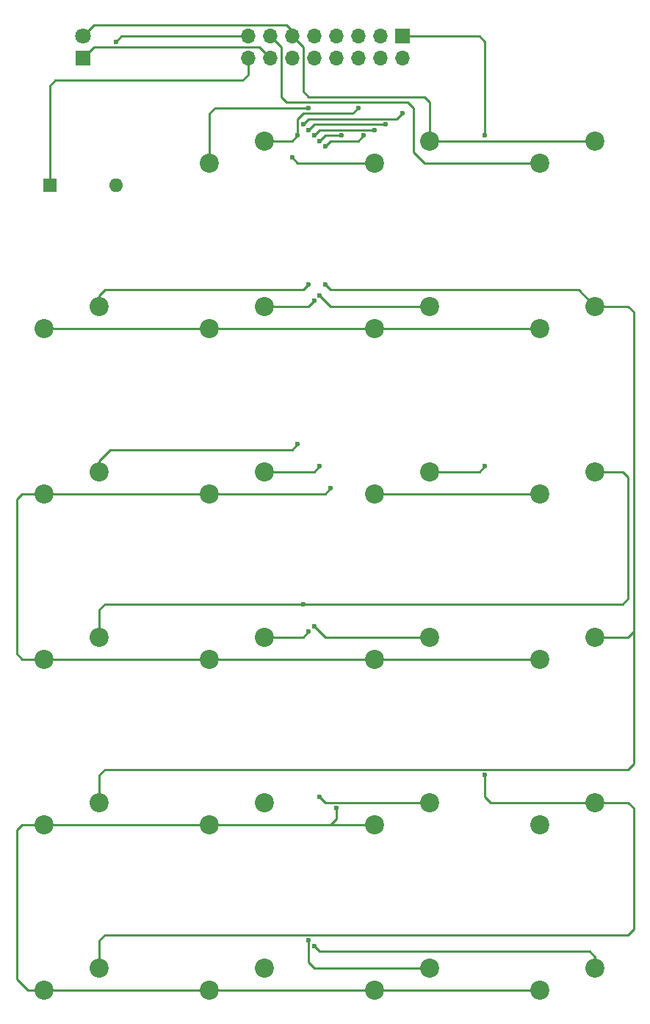
<source format=gtl>
G04 #@! TF.FileFunction,Copper,L1,Top,Signal*
%FSLAX46Y46*%
G04 Gerber Fmt 4.6, Leading zero omitted, Abs format (unit mm)*
G04 Created by KiCad (PCBNEW 4.0.7) date 10/14/19 15:01:09*
%MOMM*%
%LPD*%
G01*
G04 APERTURE LIST*
%ADD10C,0.100000*%
%ADD11C,2.200000*%
%ADD12R,1.800000X1.800000*%
%ADD13C,1.800000*%
%ADD14R,1.700000X1.700000*%
%ADD15O,1.700000X1.700000*%
%ADD16R,1.600000X1.600000*%
%ADD17O,1.600000X1.600000*%
%ADD18C,0.600000*%
%ADD19C,0.250000*%
G04 APERTURE END LIST*
D10*
D11*
X113665000Y-67310000D03*
X107315000Y-69850000D03*
D12*
X92710000Y-57785000D03*
D13*
X92710000Y-55245000D03*
D14*
X129540000Y-55245000D03*
D15*
X129540000Y-57785000D03*
X127000000Y-55245000D03*
X127000000Y-57785000D03*
X124460000Y-55245000D03*
X124460000Y-57785000D03*
X121920000Y-55245000D03*
X121920000Y-57785000D03*
X119380000Y-55245000D03*
X119380000Y-57785000D03*
X116840000Y-55245000D03*
X116840000Y-57785000D03*
X114300000Y-55245000D03*
X114300000Y-57785000D03*
X111760000Y-55245000D03*
X111760000Y-57785000D03*
D11*
X94615000Y-162560000D03*
X88265000Y-165100000D03*
X151765000Y-143510000D03*
X145415000Y-146050000D03*
X132715000Y-105410000D03*
X126365000Y-107950000D03*
X113665000Y-162560000D03*
X107315000Y-165100000D03*
X94615000Y-124460000D03*
X88265000Y-127000000D03*
X151765000Y-105410000D03*
X145415000Y-107950000D03*
X132715000Y-162560000D03*
X126365000Y-165100000D03*
X113665000Y-124460000D03*
X107315000Y-127000000D03*
X94615000Y-86360000D03*
X88265000Y-88900000D03*
X151765000Y-162560000D03*
X145415000Y-165100000D03*
X132715000Y-124460000D03*
X126365000Y-127000000D03*
X113665000Y-86360000D03*
X107315000Y-88900000D03*
X94615000Y-143510000D03*
X88265000Y-146050000D03*
X151765000Y-124460000D03*
X145415000Y-127000000D03*
X151765000Y-86360000D03*
X145415000Y-88900000D03*
X113665000Y-143510000D03*
X107315000Y-146050000D03*
X94615000Y-105410000D03*
X88265000Y-107950000D03*
X132715000Y-143510000D03*
X126365000Y-146050000D03*
X113665000Y-105410000D03*
X107315000Y-107950000D03*
X132715000Y-86360000D03*
X126365000Y-88900000D03*
X151765000Y-67310000D03*
X145415000Y-69850000D03*
X132715000Y-67310000D03*
X126365000Y-69850000D03*
D16*
X88900000Y-72390000D03*
D17*
X96520000Y-72390000D03*
D18*
X139065000Y-66675000D03*
X139065000Y-104775000D03*
X139065000Y-140335000D03*
X118110000Y-65405000D03*
X118110000Y-120650000D03*
X129540000Y-64135000D03*
X127635000Y-65405000D03*
X118745000Y-66040000D03*
X118745000Y-83820000D03*
X118745000Y-123825000D03*
X118745000Y-159385000D03*
X126365000Y-66040000D03*
X119380000Y-66675000D03*
X119380000Y-85725000D03*
X119380000Y-123190000D03*
X119380000Y-160020000D03*
X120650000Y-67945000D03*
X125095000Y-66675000D03*
X120650000Y-83820000D03*
X124460000Y-63500000D03*
X117475000Y-66675000D03*
X117475000Y-102235000D03*
X122555000Y-66675000D03*
X120015000Y-67310000D03*
X120015000Y-85090000D03*
X120015000Y-104775000D03*
X120015000Y-142875000D03*
X121920000Y-144145000D03*
X121285000Y-107315000D03*
X118745000Y-63500000D03*
X116840000Y-69215000D03*
X96520000Y-55880000D03*
D19*
X114300000Y-57785000D02*
X113030000Y-56515000D01*
X93980000Y-56515000D02*
X92710000Y-57785000D01*
X113030000Y-56515000D02*
X93980000Y-56515000D01*
X116840000Y-55245000D02*
X118110000Y-56515000D01*
X132715000Y-62865000D02*
X132715000Y-67310000D01*
X132080000Y-62230000D02*
X132715000Y-62865000D01*
X118745000Y-62230000D02*
X132080000Y-62230000D01*
X118110000Y-61595000D02*
X118745000Y-62230000D01*
X118110000Y-56515000D02*
X118110000Y-61595000D01*
X116840000Y-55245000D02*
X116840000Y-54610000D01*
X116840000Y-54610000D02*
X116205000Y-53975000D01*
X116205000Y-53975000D02*
X93980000Y-53975000D01*
X93980000Y-53975000D02*
X92710000Y-55245000D01*
X132715000Y-67310000D02*
X151765000Y-67310000D01*
X129540000Y-55245000D02*
X138430000Y-55245000D01*
X139065000Y-55880000D02*
X138430000Y-55245000D01*
X139065000Y-55880000D02*
X139065000Y-66675000D01*
X132715000Y-105410000D02*
X138430000Y-105410000D01*
X138430000Y-105410000D02*
X139065000Y-104775000D01*
X151765000Y-143510000D02*
X139700000Y-143510000D01*
X139065000Y-142875000D02*
X139065000Y-140335000D01*
X139700000Y-143510000D02*
X139065000Y-142875000D01*
X155575000Y-143510000D02*
X156210000Y-144145000D01*
X156210000Y-158115000D02*
X155575000Y-158750000D01*
X156210000Y-144145000D02*
X156210000Y-158115000D01*
X94615000Y-162560000D02*
X94615000Y-159385000D01*
X95250000Y-158750000D02*
X155575000Y-158750000D01*
X94615000Y-159385000D02*
X95250000Y-158750000D01*
X155575000Y-143510000D02*
X151765000Y-143510000D01*
X154940000Y-120650000D02*
X155575000Y-120015000D01*
X155575000Y-106045000D02*
X154940000Y-105410000D01*
X155575000Y-120015000D02*
X155575000Y-106045000D01*
X118110000Y-65405000D02*
X118745000Y-64770000D01*
X118745000Y-64770000D02*
X128905000Y-64770000D01*
X128905000Y-64770000D02*
X129540000Y-64135000D01*
X94615000Y-124460000D02*
X94615000Y-121285000D01*
X154940000Y-105410000D02*
X151765000Y-105410000D01*
X118110000Y-120650000D02*
X154940000Y-120650000D01*
X95250000Y-120650000D02*
X117475000Y-120650000D01*
X117475000Y-120650000D02*
X118110000Y-120650000D01*
X94615000Y-121285000D02*
X95250000Y-120650000D01*
X119380000Y-65405000D02*
X127635000Y-65405000D01*
X118745000Y-66040000D02*
X119380000Y-65405000D01*
X94615000Y-86360000D02*
X94615000Y-85090000D01*
X95250000Y-84455000D02*
X94615000Y-85090000D01*
X118110000Y-84455000D02*
X95250000Y-84455000D01*
X118110000Y-84455000D02*
X118745000Y-83820000D01*
X113665000Y-124460000D02*
X118110000Y-124460000D01*
X118110000Y-124460000D02*
X118745000Y-123825000D01*
X132715000Y-162560000D02*
X119380000Y-162560000D01*
X118745000Y-161925000D02*
X118745000Y-159385000D01*
X119380000Y-162560000D02*
X118745000Y-161925000D01*
X120015000Y-66040000D02*
X126365000Y-66040000D01*
X119380000Y-66675000D02*
X120015000Y-66040000D01*
X118745000Y-86360000D02*
X113665000Y-86360000D01*
X119380000Y-85725000D02*
X118745000Y-86360000D01*
X132715000Y-124460000D02*
X120650000Y-124460000D01*
X120650000Y-124460000D02*
X119380000Y-123190000D01*
X151765000Y-162560000D02*
X151765000Y-161290000D01*
X120015000Y-160655000D02*
X119380000Y-160020000D01*
X151130000Y-160655000D02*
X120015000Y-160655000D01*
X151765000Y-161290000D02*
X151130000Y-160655000D01*
X156210000Y-123825000D02*
X156210000Y-139065000D01*
X156210000Y-139065000D02*
X155575000Y-139700000D01*
X155575000Y-86360000D02*
X156210000Y-86995000D01*
X156210000Y-123825000D02*
X155575000Y-124460000D01*
X156210000Y-86995000D02*
X156210000Y-123825000D01*
X124460000Y-67310000D02*
X125095000Y-66675000D01*
X121285000Y-67310000D02*
X124460000Y-67310000D01*
X121285000Y-67310000D02*
X120650000Y-67945000D01*
X149860000Y-84455000D02*
X151765000Y-86360000D01*
X120650000Y-83820000D02*
X121285000Y-84455000D01*
X121285000Y-84455000D02*
X149860000Y-84455000D01*
X94615000Y-140335000D02*
X94615000Y-143510000D01*
X155575000Y-139700000D02*
X95250000Y-139700000D01*
X95250000Y-139700000D02*
X94615000Y-140335000D01*
X151765000Y-86360000D02*
X155575000Y-86360000D01*
X155575000Y-124460000D02*
X151765000Y-124460000D01*
X117475000Y-66675000D02*
X117475000Y-64770000D01*
X117475000Y-64770000D02*
X118110000Y-64135000D01*
X118110000Y-64135000D02*
X123825000Y-64135000D01*
X123825000Y-64135000D02*
X124460000Y-63500000D01*
X113665000Y-67310000D02*
X116840000Y-67310000D01*
X116840000Y-67310000D02*
X117475000Y-66675000D01*
X94615000Y-105410000D02*
X94615000Y-104140000D01*
X116840000Y-102870000D02*
X117475000Y-102235000D01*
X95885000Y-102870000D02*
X116840000Y-102870000D01*
X94615000Y-104140000D02*
X95885000Y-102870000D01*
X120650000Y-66675000D02*
X122555000Y-66675000D01*
X120015000Y-67310000D02*
X120650000Y-66675000D01*
X132715000Y-86360000D02*
X121285000Y-86360000D01*
X121285000Y-86360000D02*
X120015000Y-85090000D01*
X132715000Y-143510000D02*
X120650000Y-143510000D01*
X119380000Y-105410000D02*
X113665000Y-105410000D01*
X120015000Y-104775000D02*
X119380000Y-105410000D01*
X120650000Y-143510000D02*
X120015000Y-142875000D01*
X121920000Y-145415000D02*
X121285000Y-146050000D01*
X121920000Y-144145000D02*
X121920000Y-145415000D01*
X88265000Y-165100000D02*
X86360000Y-165100000D01*
X85725000Y-146050000D02*
X88265000Y-146050000D01*
X85090000Y-146685000D02*
X85725000Y-146050000D01*
X85090000Y-163830000D02*
X85090000Y-146685000D01*
X86360000Y-165100000D02*
X85090000Y-163830000D01*
X107315000Y-146050000D02*
X120015000Y-146050000D01*
X120015000Y-146050000D02*
X121285000Y-146050000D01*
X121285000Y-146050000D02*
X126365000Y-146050000D01*
X88265000Y-146050000D02*
X107315000Y-146050000D01*
X107315000Y-165100000D02*
X88265000Y-165100000D01*
X126365000Y-165100000D02*
X145415000Y-165100000D01*
X107315000Y-165100000D02*
X126365000Y-165100000D01*
X107315000Y-107950000D02*
X120650000Y-107950000D01*
X120650000Y-107950000D02*
X121285000Y-107315000D01*
X88265000Y-127000000D02*
X85725000Y-127000000D01*
X85725000Y-107950000D02*
X88265000Y-107950000D01*
X85090000Y-108585000D02*
X85725000Y-107950000D01*
X85090000Y-126365000D02*
X85090000Y-108585000D01*
X85725000Y-127000000D02*
X85090000Y-126365000D01*
X126365000Y-127000000D02*
X145415000Y-127000000D01*
X107315000Y-127000000D02*
X126365000Y-127000000D01*
X88265000Y-127000000D02*
X107315000Y-127000000D01*
X88265000Y-107950000D02*
X107315000Y-107950000D01*
X118745000Y-63500000D02*
X117475000Y-63500000D01*
X107315000Y-64135000D02*
X107315000Y-69850000D01*
X107950000Y-63500000D02*
X107315000Y-64135000D01*
X117475000Y-63500000D02*
X107950000Y-63500000D01*
X126365000Y-107950000D02*
X145415000Y-107950000D01*
X107315000Y-88900000D02*
X126365000Y-88900000D01*
X126365000Y-88900000D02*
X145415000Y-88900000D01*
X88265000Y-88900000D02*
X107315000Y-88900000D01*
X126365000Y-69850000D02*
X117475000Y-69850000D01*
X117475000Y-69850000D02*
X116840000Y-69215000D01*
X145415000Y-69850000D02*
X132080000Y-69850000D01*
X115570000Y-56515000D02*
X114300000Y-55245000D01*
X115570000Y-62230000D02*
X115570000Y-56515000D01*
X116205000Y-62865000D02*
X115570000Y-62230000D01*
X130175000Y-62865000D02*
X116205000Y-62865000D01*
X130810000Y-63500000D02*
X130175000Y-62865000D01*
X130810000Y-68580000D02*
X130810000Y-63500000D01*
X132080000Y-69850000D02*
X130810000Y-68580000D01*
X111760000Y-55245000D02*
X97155000Y-55245000D01*
X97155000Y-55245000D02*
X96520000Y-55880000D01*
X111760000Y-57785000D02*
X111760000Y-59690000D01*
X88900000Y-60960000D02*
X88900000Y-72390000D01*
X89535000Y-60325000D02*
X88900000Y-60960000D01*
X111125000Y-60325000D02*
X89535000Y-60325000D01*
X111760000Y-59690000D02*
X111125000Y-60325000D01*
M02*

</source>
